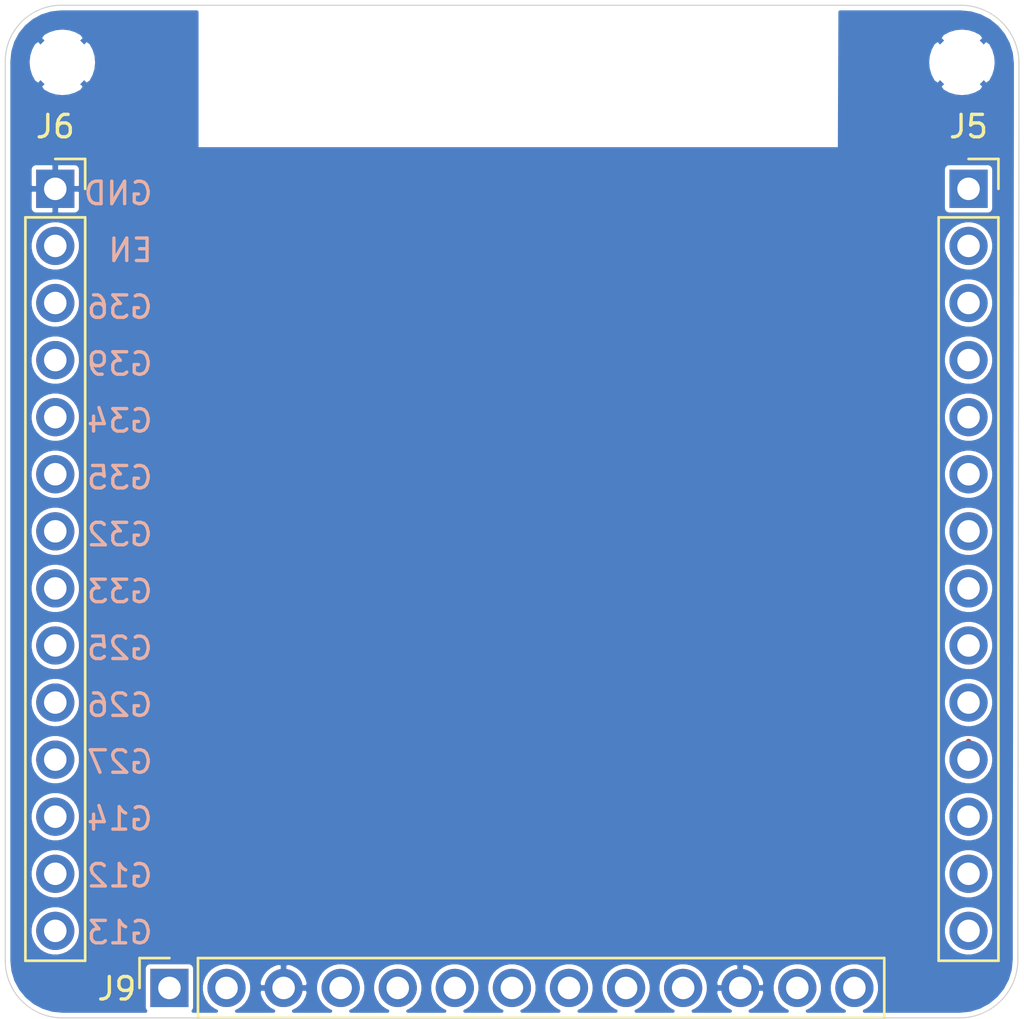
<source format=kicad_pcb>
(kicad_pcb (version 20171130) (host pcbnew "(5.1.8)-1")

  (general
    (thickness 1.6)
    (drawings 24)
    (tracks 12)
    (zones 0)
    (modules 5)
    (nets 35)
  )

  (page A4)
  (layers
    (0 F.Cu signal)
    (1 In1.Cu signal hide)
    (2 In2.Cu signal hide)
    (31 B.Cu signal)
    (32 B.Adhes user hide)
    (33 F.Adhes user hide)
    (34 B.Paste user hide)
    (35 F.Paste user)
    (36 B.SilkS user)
    (37 F.SilkS user)
    (38 B.Mask user)
    (39 F.Mask user hide)
    (40 Dwgs.User user hide)
    (41 Cmts.User user hide)
    (42 Eco1.User user hide)
    (43 Eco2.User user)
    (44 Edge.Cuts user)
    (45 Margin user)
    (46 B.CrtYd user hide)
    (47 F.CrtYd user hide)
    (48 B.Fab user hide)
    (49 F.Fab user hide)
  )

  (setup
    (last_trace_width 0.25)
    (user_trace_width 0.2)
    (user_trace_width 0.4)
    (user_trace_width 0.5)
    (user_trace_width 0.75)
    (user_trace_width 1)
    (trace_clearance 0.2)
    (zone_clearance 0.2)
    (zone_45_only yes)
    (trace_min 0.2)
    (via_size 0.8)
    (via_drill 0.4)
    (via_min_size 0.4)
    (via_min_drill 0.3)
    (user_via 0.6 0.3)
    (uvia_size 0.6)
    (uvia_drill 0.3)
    (uvias_allowed no)
    (uvia_min_size 0.2)
    (uvia_min_drill 0.1)
    (edge_width 0.05)
    (segment_width 0.2)
    (pcb_text_width 0.3)
    (pcb_text_size 1.5 1.5)
    (mod_edge_width 0.12)
    (mod_text_size 0.8 0.8)
    (mod_text_width 0.15)
    (pad_size 1 1.45)
    (pad_drill 0)
    (pad_to_mask_clearance 0)
    (aux_axis_origin 103.04272 83.439)
    (grid_origin 108.9406 120.015)
    (visible_elements 7FFFFFFF)
    (pcbplotparams
      (layerselection 0x010f0_ffffffff)
      (usegerberextensions false)
      (usegerberattributes false)
      (usegerberadvancedattributes false)
      (creategerberjobfile false)
      (excludeedgelayer true)
      (linewidth 0.100000)
      (plotframeref false)
      (viasonmask false)
      (mode 1)
      (useauxorigin false)
      (hpglpennumber 1)
      (hpglpenspeed 20)
      (hpglpendiameter 15.000000)
      (psnegative false)
      (psa4output false)
      (plotreference true)
      (plotvalue true)
      (plotinvisibletext false)
      (padsonsilk false)
      (subtractmaskfromsilk false)
      (outputformat 1)
      (mirror false)
      (drillshape 0)
      (scaleselection 1)
      (outputdirectory "manufacturing/"))
  )

  (net 0 "")
  (net 1 GND)
  (net 2 "/MCU Module/IO36")
  (net 3 "/MCU Module/IO39")
  (net 4 "/MCU Module/IO34")
  (net 5 "/MCU Module/IO35")
  (net 6 /~SMBALERT)
  (net 7 "/MCU Module/IO33")
  (net 8 "/MCU Module/IO25")
  (net 9 "/MCU Module/IO26")
  (net 10 "/MCU Module/IO27")
  (net 11 "/MCU Module/IO14")
  (net 12 "/MCU Module/IO15")
  (net 13 "/MCU Module/IO4")
  (net 14 "/MCU Module/IO16")
  (net 15 "/MCU Module/IO17")
  (net 16 "/MCU Module/IO5")
  (net 17 "/MCU Module/IO18")
  (net 18 "/MCU Module/IO19")
  (net 19 "/MCU Module/IO23")
  (net 20 "/MCU Module/IO0")
  (net 21 "/MCU Module/RST")
  (net 22 /3v3_MCU_2)
  (net 23 "/MCU Module/IO2")
  (net 24 /SDA_2)
  (net 25 "/MCU Module/RX")
  (net 26 "/MCU Module/TX")
  (net 27 /SCL_2)
  (net 28 /EN_5v)
  (net 29 /EN_3v3)
  (net 30 /VBUS_2)
  (net 31 /D2-)
  (net 32 /D2+)
  (net 33 "Net-(J9-Pad8)")
  (net 34 "Net-(J9-Pad12)")

  (net_class Default "This is the default net class."
    (clearance 0.2)
    (trace_width 0.25)
    (via_dia 0.8)
    (via_drill 0.4)
    (uvia_dia 0.6)
    (uvia_drill 0.3)
    (add_net /3v3_MCU_2)
    (add_net /D2+)
    (add_net /D2-)
    (add_net /EN_3v3)
    (add_net /EN_5v)
    (add_net "/MCU Module/IO0")
    (add_net "/MCU Module/IO14")
    (add_net "/MCU Module/IO15")
    (add_net "/MCU Module/IO16")
    (add_net "/MCU Module/IO17")
    (add_net "/MCU Module/IO18")
    (add_net "/MCU Module/IO19")
    (add_net "/MCU Module/IO2")
    (add_net "/MCU Module/IO23")
    (add_net "/MCU Module/IO25")
    (add_net "/MCU Module/IO26")
    (add_net "/MCU Module/IO27")
    (add_net "/MCU Module/IO33")
    (add_net "/MCU Module/IO34")
    (add_net "/MCU Module/IO35")
    (add_net "/MCU Module/IO36")
    (add_net "/MCU Module/IO39")
    (add_net "/MCU Module/IO4")
    (add_net "/MCU Module/IO5")
    (add_net "/MCU Module/RST")
    (add_net "/MCU Module/RX")
    (add_net "/MCU Module/TX")
    (add_net /SCL_2)
    (add_net /SDA_2)
    (add_net /VBUS_2)
    (add_net /~SMBALERT)
    (add_net GND)
    (add_net "Net-(J9-Pad12)")
    (add_net "Net-(J9-Pad8)")
  )

  (net_class Power ""
    (clearance 0.4)
    (trace_width 0.25)
    (via_dia 0.8)
    (via_drill 0.4)
    (uvia_dia 0.6)
    (uvia_drill 0.3)
  )

  (module MountingHole:MountingHole_2.5mm (layer F.Cu) (tedit 56D1B4CB) (tstamp 5FE61397)
    (at 144.20596 78.82636)
    (descr "Mounting Hole 2.5mm, no annular")
    (tags "mounting hole 2.5mm no annular")
    (path /5F63A193/601076E0)
    (attr virtual)
    (fp_text reference H6 (at 0.06604 0.04064) (layer F.SilkS) hide
      (effects (font (size 1 1) (thickness 0.15)))
    )
    (fp_text value MountingHole_Pad (at 0 3.5) (layer F.Fab)
      (effects (font (size 1 1) (thickness 0.15)))
    )
    (fp_circle (center 0 0) (end 2.75 0) (layer F.CrtYd) (width 0.05))
    (fp_circle (center 0 0) (end 2.5 0) (layer Cmts.User) (width 0.15))
    (fp_text user %R (at 0.3 0) (layer F.Fab)
      (effects (font (size 1 1) (thickness 0.15)))
    )
    (pad 1 np_thru_hole circle (at 0 0) (size 2.5 2.5) (drill 2.5) (layers *.Cu *.Mask)
      (net 1 GND))
  )

  (module MountingHole:MountingHole_2.5mm (layer F.Cu) (tedit 56D1B4CB) (tstamp 5FE6138F)
    (at 104.17556 78.82636)
    (descr "Mounting Hole 2.5mm, no annular")
    (tags "mounting hole 2.5mm no annular")
    (path /5F63A193/601076C5)
    (attr virtual)
    (fp_text reference H5 (at 0 0.04064) (layer F.SilkS) hide
      (effects (font (size 1 1) (thickness 0.15)))
    )
    (fp_text value MountingHole_Pad (at 0 3.5) (layer F.Fab)
      (effects (font (size 1 1) (thickness 0.15)))
    )
    (fp_circle (center 0 0) (end 2.75 0) (layer F.CrtYd) (width 0.05))
    (fp_circle (center 0 0) (end 2.5 0) (layer Cmts.User) (width 0.15))
    (fp_text user %R (at 0.3 0) (layer F.Fab)
      (effects (font (size 1 1) (thickness 0.15)))
    )
    (pad 1 np_thru_hole circle (at 0 0) (size 2.5 2.5) (drill 2.5) (layers *.Cu *.Mask)
      (net 1 GND))
  )

  (module Connector_PinSocket_2.54mm:PinSocket_1x13_P2.54mm_Vertical (layer F.Cu) (tedit 600979F6) (tstamp 6009C6AE)
    (at 108.9406 120.015 90)
    (descr "Through hole straight socket strip, 1x13, 2.54mm pitch, single row (from Kicad 4.0.7), script generated")
    (tags "Through hole socket strip THT 1x13 2.54mm single row")
    (path /600A49CD)
    (fp_text reference J9 (at -0.03556 -2.34188 180) (layer F.SilkS)
      (effects (font (size 1 1) (thickness 0.15)))
    )
    (fp_text value "MCU board" (at 0 33.25 90) (layer F.Fab)
      (effects (font (size 1 1) (thickness 0.15)))
    )
    (fp_line (start 0 -1.33) (end 1.33 -1.33) (layer F.SilkS) (width 0.12))
    (fp_line (start 1.33 -1.33) (end 1.33 0) (layer F.SilkS) (width 0.12))
    (fp_line (start 1.33 1.27) (end 1.33 31.81) (layer F.SilkS) (width 0.12))
    (fp_line (start -1.33 31.81) (end 1.33 31.81) (layer F.SilkS) (width 0.12))
    (fp_line (start -1.33 1.27) (end -1.33 31.81) (layer F.SilkS) (width 0.12))
    (fp_line (start -1.33 1.27) (end 1.33 1.27) (layer F.SilkS) (width 0.12))
    (fp_line (start -1.27 31.75) (end -1.27 -1.27) (layer F.Fab) (width 0.1))
    (fp_line (start 1.27 31.75) (end -1.27 31.75) (layer F.Fab) (width 0.1))
    (fp_line (start 1.27 -0.635) (end 1.27 31.75) (layer F.Fab) (width 0.1))
    (fp_line (start 0.635 -1.27) (end 1.27 -0.635) (layer F.Fab) (width 0.1))
    (fp_line (start -1.27 -1.27) (end 0.635 -1.27) (layer F.Fab) (width 0.1))
    (fp_text user %R (at 0 15.24 180) (layer F.Fab)
      (effects (font (size 1 1) (thickness 0.15)))
    )
    (pad 13 thru_hole oval (at 0 30.48 90) (size 1.7 1.7) (drill 1) (layers *.Cu *.Mask)
      (net 6 /~SMBALERT))
    (pad 12 thru_hole oval (at 0 27.94 90) (size 1.7 1.7) (drill 1) (layers *.Cu *.Mask)
      (net 34 "Net-(J9-Pad12)"))
    (pad 11 thru_hole oval (at 0 25.4 90) (size 1.7 1.7) (drill 1) (layers *.Cu *.Mask)
      (net 1 GND))
    (pad 10 thru_hole oval (at 0 22.86 90) (size 1.7 1.7) (drill 1) (layers *.Cu *.Mask)
      (net 22 /3v3_MCU_2))
    (pad 9 thru_hole oval (at 0 20.32 90) (size 1.7 1.7) (drill 1) (layers *.Cu *.Mask)
      (net 29 /EN_3v3))
    (pad 8 thru_hole oval (at 0 17.78 90) (size 1.7 1.7) (drill 1) (layers *.Cu *.Mask)
      (net 33 "Net-(J9-Pad8)"))
    (pad 7 thru_hole oval (at 0 15.24 90) (size 1.7 1.7) (drill 1) (layers *.Cu *.Mask)
      (net 28 /EN_5v))
    (pad 6 thru_hole oval (at 0 12.7 90) (size 1.7 1.7) (drill 1) (layers *.Cu *.Mask)
      (net 30 /VBUS_2))
    (pad 5 thru_hole oval (at 0 10.16 90) (size 1.7 1.7) (drill 1) (layers *.Cu *.Mask)
      (net 31 /D2-))
    (pad 4 thru_hole oval (at 0 7.62 90) (size 1.7 1.7) (drill 1) (layers *.Cu *.Mask)
      (net 32 /D2+))
    (pad 3 thru_hole oval (at 0 5.08 90) (size 1.7 1.7) (drill 1) (layers *.Cu *.Mask)
      (net 1 GND))
    (pad 2 thru_hole oval (at 0 2.54 90) (size 1.7 1.7) (drill 1) (layers *.Cu *.Mask)
      (net 24 /SDA_2))
    (pad 1 thru_hole rect (at 0 0 90) (size 1.7 1.7) (drill 1) (layers *.Cu *.Mask)
      (net 27 /SCL_2))
    (model ${KISYS3DMOD}/Connector_PinSocket_2.54mm.3dshapes/PinSocket_1x13_P2.54mm_Vertical.wrl
      (at (xyz 0 0 0))
      (scale (xyz 1 1 1))
      (rotate (xyz 0 0 0))
    )
  )

  (module Connector_PinSocket_2.54mm:PinSocket_1x14_P2.54mm_Vertical (layer F.Cu) (tedit 5A19A434) (tstamp 60096567)
    (at 103.8606 84.455)
    (descr "Through hole straight socket strip, 1x14, 2.54mm pitch, single row (from Kicad 4.0.7), script generated")
    (tags "Through hole socket strip THT 1x14 2.54mm single row")
    (path /5F63A193/5FFB6716)
    (fp_text reference J6 (at 0 -2.77) (layer F.SilkS)
      (effects (font (size 1 1) (thickness 0.15)))
    )
    (fp_text value Conn_01x14_Female (at 0 35.79) (layer F.Fab)
      (effects (font (size 1 1) (thickness 0.15)))
    )
    (fp_line (start -1.8 34.8) (end -1.8 -1.8) (layer F.CrtYd) (width 0.05))
    (fp_line (start 1.75 34.8) (end -1.8 34.8) (layer F.CrtYd) (width 0.05))
    (fp_line (start 1.75 -1.8) (end 1.75 34.8) (layer F.CrtYd) (width 0.05))
    (fp_line (start -1.8 -1.8) (end 1.75 -1.8) (layer F.CrtYd) (width 0.05))
    (fp_line (start 0 -1.33) (end 1.33 -1.33) (layer F.SilkS) (width 0.12))
    (fp_line (start 1.33 -1.33) (end 1.33 0) (layer F.SilkS) (width 0.12))
    (fp_line (start 1.33 1.27) (end 1.33 34.35) (layer F.SilkS) (width 0.12))
    (fp_line (start -1.33 34.35) (end 1.33 34.35) (layer F.SilkS) (width 0.12))
    (fp_line (start -1.33 1.27) (end -1.33 34.35) (layer F.SilkS) (width 0.12))
    (fp_line (start -1.33 1.27) (end 1.33 1.27) (layer F.SilkS) (width 0.12))
    (fp_line (start -1.27 34.29) (end -1.27 -1.27) (layer F.Fab) (width 0.1))
    (fp_line (start 1.27 34.29) (end -1.27 34.29) (layer F.Fab) (width 0.1))
    (fp_line (start 1.27 -0.635) (end 1.27 34.29) (layer F.Fab) (width 0.1))
    (fp_line (start 0.635 -1.27) (end 1.27 -0.635) (layer F.Fab) (width 0.1))
    (fp_line (start -1.27 -1.27) (end 0.635 -1.27) (layer F.Fab) (width 0.1))
    (fp_text user %R (at 0 16.51 90) (layer F.Fab)
      (effects (font (size 1 1) (thickness 0.15)))
    )
    (pad 14 thru_hole oval (at 0 33.02) (size 1.7 1.7) (drill 1) (layers *.Cu *.Mask)
      (net 28 /EN_5v))
    (pad 13 thru_hole oval (at 0 30.48) (size 1.7 1.7) (drill 1) (layers *.Cu *.Mask)
      (net 29 /EN_3v3))
    (pad 12 thru_hole oval (at 0 27.94) (size 1.7 1.7) (drill 1) (layers *.Cu *.Mask)
      (net 11 "/MCU Module/IO14"))
    (pad 11 thru_hole oval (at 0 25.4) (size 1.7 1.7) (drill 1) (layers *.Cu *.Mask)
      (net 10 "/MCU Module/IO27"))
    (pad 10 thru_hole oval (at 0 22.86) (size 1.7 1.7) (drill 1) (layers *.Cu *.Mask)
      (net 9 "/MCU Module/IO26"))
    (pad 9 thru_hole oval (at 0 20.32) (size 1.7 1.7) (drill 1) (layers *.Cu *.Mask)
      (net 8 "/MCU Module/IO25"))
    (pad 8 thru_hole oval (at 0 17.78) (size 1.7 1.7) (drill 1) (layers *.Cu *.Mask)
      (net 7 "/MCU Module/IO33"))
    (pad 7 thru_hole oval (at 0 15.24) (size 1.7 1.7) (drill 1) (layers *.Cu *.Mask)
      (net 6 /~SMBALERT))
    (pad 6 thru_hole oval (at 0 12.7) (size 1.7 1.7) (drill 1) (layers *.Cu *.Mask)
      (net 5 "/MCU Module/IO35"))
    (pad 5 thru_hole oval (at 0 10.16) (size 1.7 1.7) (drill 1) (layers *.Cu *.Mask)
      (net 4 "/MCU Module/IO34"))
    (pad 4 thru_hole oval (at 0 7.62) (size 1.7 1.7) (drill 1) (layers *.Cu *.Mask)
      (net 3 "/MCU Module/IO39"))
    (pad 3 thru_hole oval (at 0 5.08) (size 1.7 1.7) (drill 1) (layers *.Cu *.Mask)
      (net 2 "/MCU Module/IO36"))
    (pad 2 thru_hole oval (at 0 2.54) (size 1.7 1.7) (drill 1) (layers *.Cu *.Mask)
      (net 21 "/MCU Module/RST"))
    (pad 1 thru_hole rect (at 0 0) (size 1.7 1.7) (drill 1) (layers *.Cu *.Mask)
      (net 1 GND))
    (model ${KISYS3DMOD}/Connector_PinSocket_2.54mm.3dshapes/PinSocket_1x14_P2.54mm_Vertical.wrl
      (at (xyz 0 0 0))
      (scale (xyz 1 1 1))
      (rotate (xyz 0 0 0))
    )
  )

  (module Connector_PinSocket_2.54mm:PinSocket_1x14_P2.54mm_Vertical (layer F.Cu) (tedit 5A19A434) (tstamp 60096545)
    (at 144.5006 84.455)
    (descr "Through hole straight socket strip, 1x14, 2.54mm pitch, single row (from Kicad 4.0.7), script generated")
    (tags "Through hole socket strip THT 1x14 2.54mm single row")
    (path /5F63A193/5FFB8405)
    (fp_text reference J5 (at 0 -2.77) (layer F.SilkS)
      (effects (font (size 1 1) (thickness 0.15)))
    )
    (fp_text value Conn_01x14_Female (at 0 35.79) (layer F.Fab)
      (effects (font (size 1 1) (thickness 0.15)))
    )
    (fp_line (start -1.8 34.8) (end -1.8 -1.8) (layer F.CrtYd) (width 0.05))
    (fp_line (start 1.75 34.8) (end -1.8 34.8) (layer F.CrtYd) (width 0.05))
    (fp_line (start 1.75 -1.8) (end 1.75 34.8) (layer F.CrtYd) (width 0.05))
    (fp_line (start -1.8 -1.8) (end 1.75 -1.8) (layer F.CrtYd) (width 0.05))
    (fp_line (start 0 -1.33) (end 1.33 -1.33) (layer F.SilkS) (width 0.12))
    (fp_line (start 1.33 -1.33) (end 1.33 0) (layer F.SilkS) (width 0.12))
    (fp_line (start 1.33 1.27) (end 1.33 34.35) (layer F.SilkS) (width 0.12))
    (fp_line (start -1.33 34.35) (end 1.33 34.35) (layer F.SilkS) (width 0.12))
    (fp_line (start -1.33 1.27) (end -1.33 34.35) (layer F.SilkS) (width 0.12))
    (fp_line (start -1.33 1.27) (end 1.33 1.27) (layer F.SilkS) (width 0.12))
    (fp_line (start -1.27 34.29) (end -1.27 -1.27) (layer F.Fab) (width 0.1))
    (fp_line (start 1.27 34.29) (end -1.27 34.29) (layer F.Fab) (width 0.1))
    (fp_line (start 1.27 -0.635) (end 1.27 34.29) (layer F.Fab) (width 0.1))
    (fp_line (start 0.635 -1.27) (end 1.27 -0.635) (layer F.Fab) (width 0.1))
    (fp_line (start -1.27 -1.27) (end 0.635 -1.27) (layer F.Fab) (width 0.1))
    (fp_text user %R (at 0 16.51 90) (layer F.Fab)
      (effects (font (size 1 1) (thickness 0.15)))
    )
    (pad 14 thru_hole oval (at 0 33.02) (size 1.7 1.7) (drill 1) (layers *.Cu *.Mask)
      (net 12 "/MCU Module/IO15"))
    (pad 13 thru_hole oval (at 0 30.48) (size 1.7 1.7) (drill 1) (layers *.Cu *.Mask)
      (net 23 "/MCU Module/IO2"))
    (pad 12 thru_hole oval (at 0 27.94) (size 1.7 1.7) (drill 1) (layers *.Cu *.Mask)
      (net 13 "/MCU Module/IO4"))
    (pad 11 thru_hole oval (at 0 25.4) (size 1.7 1.7) (drill 1) (layers *.Cu *.Mask)
      (net 14 "/MCU Module/IO16"))
    (pad 10 thru_hole oval (at 0 22.86) (size 1.7 1.7) (drill 1) (layers *.Cu *.Mask)
      (net 15 "/MCU Module/IO17"))
    (pad 9 thru_hole oval (at 0 20.32) (size 1.7 1.7) (drill 1) (layers *.Cu *.Mask)
      (net 16 "/MCU Module/IO5"))
    (pad 8 thru_hole oval (at 0 17.78) (size 1.7 1.7) (drill 1) (layers *.Cu *.Mask)
      (net 17 "/MCU Module/IO18"))
    (pad 7 thru_hole oval (at 0 15.24) (size 1.7 1.7) (drill 1) (layers *.Cu *.Mask)
      (net 18 "/MCU Module/IO19"))
    (pad 6 thru_hole oval (at 0 12.7) (size 1.7 1.7) (drill 1) (layers *.Cu *.Mask)
      (net 24 /SDA_2))
    (pad 5 thru_hole oval (at 0 10.16) (size 1.7 1.7) (drill 1) (layers *.Cu *.Mask)
      (net 25 "/MCU Module/RX"))
    (pad 4 thru_hole oval (at 0 7.62) (size 1.7 1.7) (drill 1) (layers *.Cu *.Mask)
      (net 26 "/MCU Module/TX"))
    (pad 3 thru_hole oval (at 0 5.08) (size 1.7 1.7) (drill 1) (layers *.Cu *.Mask)
      (net 27 /SCL_2))
    (pad 2 thru_hole oval (at 0 2.54) (size 1.7 1.7) (drill 1) (layers *.Cu *.Mask)
      (net 19 "/MCU Module/IO23"))
    (pad 1 thru_hole rect (at 0 0) (size 1.7 1.7) (drill 1) (layers *.Cu *.Mask)
      (net 20 "/MCU Module/IO0"))
    (model ${KISYS3DMOD}/Connector_PinSocket_2.54mm.3dshapes/PinSocket_1x14_P2.54mm_Vertical.wrl
      (at (xyz 0 0 0))
      (scale (xyz 1 1 1))
      (rotate (xyz 0 0 0))
    )
  )

  (gr_line (start 146.69516 116.84) (end 146.74596 80.772) (layer Edge.Cuts) (width 0.05) (tstamp 601447E9))
  (gr_text G36 (at 106.7308 89.71866) (layer B.SilkS) (tstamp 600E099F)
    (effects (font (size 1 1) (thickness 0.15)) (justify mirror))
  )
  (gr_text G39 (at 106.7308 92.24889) (layer B.SilkS) (tstamp 600E099E)
    (effects (font (size 1 1) (thickness 0.15)) (justify mirror))
  )
  (gr_text G34 (at 106.7308 94.77912) (layer B.SilkS) (tstamp 600E099D)
    (effects (font (size 1 1) (thickness 0.15)) (justify mirror))
  )
  (gr_text GND (at 106.659372 84.6582) (layer B.SilkS) (tstamp 600A9762)
    (effects (font (size 1 1) (thickness 0.15)) (justify mirror))
  )
  (gr_text EN (at 107.206991 87.18843) (layer B.SilkS) (tstamp 600A9761)
    (effects (font (size 1 1) (thickness 0.15)) (justify mirror))
  )
  (gr_text G35 (at 106.7308 97.30935) (layer B.SilkS) (tstamp 600A975D)
    (effects (font (size 1 1) (thickness 0.15)) (justify mirror))
  )
  (gr_text G32 (at 106.7308 99.83958) (layer B.SilkS) (tstamp 600A975C)
    (effects (font (size 1 1) (thickness 0.15)) (justify mirror))
  )
  (gr_text G33 (at 106.7308 102.36981) (layer B.SilkS) (tstamp 600A975B)
    (effects (font (size 1 1) (thickness 0.15)) (justify mirror))
  )
  (gr_text G25 (at 106.7308 104.90004) (layer B.SilkS) (tstamp 600A975A)
    (effects (font (size 1 1) (thickness 0.15)) (justify mirror))
  )
  (gr_text G26 (at 106.7308 107.43027) (layer B.SilkS) (tstamp 600A9759)
    (effects (font (size 1 1) (thickness 0.15)) (justify mirror))
  )
  (gr_text G27 (at 106.7308 109.9605) (layer B.SilkS) (tstamp 600A9758)
    (effects (font (size 1 1) (thickness 0.15)) (justify mirror))
  )
  (gr_text G14 (at 106.7308 112.49073) (layer B.SilkS) (tstamp 600A9757)
    (effects (font (size 1 1) (thickness 0.15)) (justify mirror))
  )
  (gr_text G12 (at 106.7308 115.02096) (layer B.SilkS) (tstamp 600A9756)
    (effects (font (size 1 1) (thickness 0.15)) (justify mirror))
  )
  (gr_text G13 (at 106.7308 117.5512) (layer B.SilkS) (tstamp 600A9755)
    (effects (font (size 1 1) (thickness 0.15)) (justify mirror))
  )
  (gr_line (start 146.69516 118.75516) (end 146.69516 116.84) (layer Edge.Cuts) (width 0.05))
  (gr_line (start 146.74596 78.87716) (end 146.74596 80.772) (layer Edge.Cuts) (width 0.05) (tstamp 5FE94ECF))
  (gr_arc (start 104.17556 118.80596) (end 101.63556 118.80596) (angle -90) (layer Edge.Cuts) (width 0.05))
  (gr_arc (start 144.10436 118.75516) (end 144.10436 121.34596) (angle -90) (layer Edge.Cuts) (width 0.05))
  (gr_arc (start 144.15516 78.87716) (end 146.74596 78.87716) (angle -90) (layer Edge.Cuts) (width 0.05))
  (gr_arc (start 104.12476 78.77556) (end 104.12476 76.28636) (angle -90) (layer Edge.Cuts) (width 0.05))
  (gr_line (start 104.17556 121.34596) (end 144.10436 121.34596) (layer Edge.Cuts) (width 0.05) (tstamp 5FE5ACAC))
  (gr_line (start 101.63556 78.77556) (end 101.63556 118.80596) (layer Edge.Cuts) (width 0.05) (tstamp 5FE5ACAB))
  (gr_line (start 144.15516 76.28636) (end 104.12476 76.28636) (layer Edge.Cuts) (width 0.05) (tstamp 5FE5ACAA))

  (segment (start 103.93539 99.695) (end 103.8606 99.695) (width 0.25) (layer F.Cu) (net 6))
  (segment (start 103.8606 109.5502) (end 103.8606 109.855) (width 0.25) (layer F.Cu) (net 10))
  (segment (start 144.5006 109.054002) (end 144.5006 109.855) (width 0.25) (layer F.Cu) (net 14))
  (segment (start 144.5006 107.2514) (end 144.5006 107.315) (width 0.25) (layer F.Cu) (net 15))
  (segment (start 103.9596 87.094) (end 103.8606 86.995) (width 0.25) (layer F.Cu) (net 21))
  (segment (start 144.43597 97.155) (end 144.5006 97.155) (width 0.25) (layer F.Cu) (net 24))
  (segment (start 144.43597 89.535) (end 144.5006 89.535) (width 0.25) (layer F.Cu) (net 27))
  (segment (start 108.839 120.015) (end 108.839 119.778864) (width 0.25) (layer F.Cu) (net 27))
  (segment (start 118.8085 120.015) (end 118.999 120.015) (width 0.25) (layer F.Cu) (net 31))
  (segment (start 116.657241 119.765959) (end 116.665759 119.765959) (width 0.25) (layer F.Cu) (net 32))
  (segment (start 116.09324 120.32996) (end 116.657241 119.765959) (width 0.25) (layer F.Cu) (net 32))
  (segment (start 116.459 120.015) (end 116.8654 120.015) (width 0.25) (layer F.Cu) (net 32))

  (zone (net 1) (net_name GND) (layer B.Cu) (tstamp 6009D8F1) (hatch edge 0.508)
    (connect_pads (clearance 0.2))
    (min_thickness 0.15)
    (fill yes (arc_segments 32) (thermal_gap 0.2) (thermal_bridge_width 0.254))
    (polygon
      (pts
        (xy 146.685 121.3358) (xy 101.6254 121.3358) (xy 101.6254 76.2762) (xy 110.236 76.2762) (xy 110.236 82.6008)
        (xy 138.684 82.6008) (xy 138.7094 76.2762) (xy 146.7866 76.327)
      )
    )
    (filled_polygon
      (pts
        (xy 110.161 82.6008) (xy 110.162441 82.615432) (xy 110.166709 82.629501) (xy 110.17364 82.642468) (xy 110.182967 82.653833)
        (xy 110.194332 82.66316) (xy 110.207299 82.670091) (xy 110.221368 82.674359) (xy 110.236 82.6758) (xy 138.684 82.6758)
        (xy 138.698632 82.674359) (xy 138.712701 82.670091) (xy 138.725668 82.66316) (xy 138.737033 82.653833) (xy 138.74636 82.642468)
        (xy 138.753291 82.629501) (xy 138.757559 82.615432) (xy 138.758999 82.601101) (xy 138.769856 79.897418) (xy 143.208441 79.897418)
        (xy 143.347839 80.095931) (xy 143.612008 80.238948) (xy 143.899003 80.32768) (xy 144.197794 80.358717) (xy 144.4969 80.330866)
        (xy 144.784824 80.245198) (xy 145.050504 80.105005) (xy 145.064081 80.095931) (xy 145.203479 79.897418) (xy 144.20596 78.899899)
        (xy 143.208441 79.897418) (xy 138.769856 79.897418) (xy 138.774191 78.818194) (xy 142.673603 78.818194) (xy 142.701454 79.1173)
        (xy 142.787122 79.405224) (xy 142.927315 79.670904) (xy 142.936389 79.684481) (xy 143.134902 79.823879) (xy 144.132421 78.82636)
        (xy 144.279499 78.82636) (xy 145.277018 79.823879) (xy 145.475531 79.684481) (xy 145.618548 79.420312) (xy 145.70728 79.133317)
        (xy 145.738317 78.834526) (xy 145.710466 78.53542) (xy 145.624798 78.247496) (xy 145.484605 77.981816) (xy 145.475531 77.968239)
        (xy 145.277018 77.828841) (xy 144.279499 78.82636) (xy 144.132421 78.82636) (xy 143.134902 77.828841) (xy 142.936389 77.968239)
        (xy 142.793372 78.232408) (xy 142.70464 78.519403) (xy 142.673603 78.818194) (xy 138.774191 78.818194) (xy 138.778459 77.755302)
        (xy 143.208441 77.755302) (xy 144.20596 78.752821) (xy 145.203479 77.755302) (xy 145.064081 77.556789) (xy 144.799912 77.413772)
        (xy 144.512917 77.32504) (xy 144.214126 77.294003) (xy 143.91502 77.321854) (xy 143.627096 77.407522) (xy 143.361416 77.547715)
        (xy 143.347839 77.556789) (xy 143.208441 77.755302) (xy 138.778459 77.755302) (xy 138.783154 76.58636) (xy 144.14049 76.58636)
        (xy 144.59983 76.631398) (xy 145.027568 76.76054) (xy 145.422074 76.970303) (xy 145.768322 77.252696) (xy 146.053126 77.596964)
        (xy 146.265639 77.99) (xy 146.397761 78.416816) (xy 146.445952 78.875322) (xy 146.44596 78.877633) (xy 146.445961 80.77176)
        (xy 146.395181 116.825062) (xy 146.395161 116.825267) (xy 146.395161 116.839405) (xy 146.39514 116.85431) (xy 146.395161 116.854526)
        (xy 146.39516 118.74049) (xy 146.350122 119.19983) (xy 146.220979 119.627569) (xy 146.011217 120.022074) (xy 145.728826 120.36832)
        (xy 145.384556 120.653126) (xy 144.99152 120.865639) (xy 144.564704 120.997761) (xy 144.106198 121.045952) (xy 144.103889 121.04596)
        (xy 139.871409 121.04596) (xy 139.953487 121.011962) (xy 140.137745 120.888844) (xy 140.294444 120.732145) (xy 140.417562 120.547887)
        (xy 140.502367 120.34315) (xy 140.5456 120.125803) (xy 140.5456 119.904197) (xy 140.502367 119.68685) (xy 140.417562 119.482113)
        (xy 140.294444 119.297855) (xy 140.137745 119.141156) (xy 139.953487 119.018038) (xy 139.74875 118.933233) (xy 139.531403 118.89)
        (xy 139.309797 118.89) (xy 139.09245 118.933233) (xy 138.887713 119.018038) (xy 138.703455 119.141156) (xy 138.546756 119.297855)
        (xy 138.423638 119.482113) (xy 138.338833 119.68685) (xy 138.2956 119.904197) (xy 138.2956 120.125803) (xy 138.338833 120.34315)
        (xy 138.423638 120.547887) (xy 138.546756 120.732145) (xy 138.703455 120.888844) (xy 138.887713 121.011962) (xy 138.969791 121.04596)
        (xy 137.331409 121.04596) (xy 137.413487 121.011962) (xy 137.597745 120.888844) (xy 137.754444 120.732145) (xy 137.877562 120.547887)
        (xy 137.962367 120.34315) (xy 138.0056 120.125803) (xy 138.0056 119.904197) (xy 137.962367 119.68685) (xy 137.877562 119.482113)
        (xy 137.754444 119.297855) (xy 137.597745 119.141156) (xy 137.413487 119.018038) (xy 137.20875 118.933233) (xy 136.991403 118.89)
        (xy 136.769797 118.89) (xy 136.55245 118.933233) (xy 136.347713 119.018038) (xy 136.163455 119.141156) (xy 136.006756 119.297855)
        (xy 135.883638 119.482113) (xy 135.798833 119.68685) (xy 135.7556 119.904197) (xy 135.7556 120.125803) (xy 135.798833 120.34315)
        (xy 135.883638 120.547887) (xy 136.006756 120.732145) (xy 136.163455 120.888844) (xy 136.347713 121.011962) (xy 136.429791 121.04596)
        (xy 134.785525 121.04596) (xy 134.959085 120.954739) (xy 135.130535 120.816022) (xy 135.271628 120.646522) (xy 135.376942 120.452753)
        (xy 135.44243 120.242161) (xy 135.39565 120.067) (xy 134.3926 120.067) (xy 134.3926 120.087) (xy 134.2886 120.087)
        (xy 134.2886 120.067) (xy 133.28555 120.067) (xy 133.23877 120.242161) (xy 133.304258 120.452753) (xy 133.409572 120.646522)
        (xy 133.550665 120.816022) (xy 133.722115 120.954739) (xy 133.895675 121.04596) (xy 132.251409 121.04596) (xy 132.333487 121.011962)
        (xy 132.517745 120.888844) (xy 132.674444 120.732145) (xy 132.797562 120.547887) (xy 132.882367 120.34315) (xy 132.9256 120.125803)
        (xy 132.9256 119.904197) (xy 132.902455 119.787839) (xy 133.23877 119.787839) (xy 133.28555 119.963) (xy 134.2886 119.963)
        (xy 134.2886 118.960031) (xy 134.3926 118.960031) (xy 134.3926 119.963) (xy 135.39565 119.963) (xy 135.44243 119.787839)
        (xy 135.376942 119.577247) (xy 135.271628 119.383478) (xy 135.130535 119.213978) (xy 134.959085 119.075261) (xy 134.763867 118.972657)
        (xy 134.567761 118.913172) (xy 134.3926 118.960031) (xy 134.2886 118.960031) (xy 134.113439 118.913172) (xy 133.917333 118.972657)
        (xy 133.722115 119.075261) (xy 133.550665 119.213978) (xy 133.409572 119.383478) (xy 133.304258 119.577247) (xy 133.23877 119.787839)
        (xy 132.902455 119.787839) (xy 132.882367 119.68685) (xy 132.797562 119.482113) (xy 132.674444 119.297855) (xy 132.517745 119.141156)
        (xy 132.333487 119.018038) (xy 132.12875 118.933233) (xy 131.911403 118.89) (xy 131.689797 118.89) (xy 131.47245 118.933233)
        (xy 131.267713 119.018038) (xy 131.083455 119.141156) (xy 130.926756 119.297855) (xy 130.803638 119.482113) (xy 130.718833 119.68685)
        (xy 130.6756 119.904197) (xy 130.6756 120.125803) (xy 130.718833 120.34315) (xy 130.803638 120.547887) (xy 130.926756 120.732145)
        (xy 131.083455 120.888844) (xy 131.267713 121.011962) (xy 131.349791 121.04596) (xy 129.711409 121.04596) (xy 129.793487 121.011962)
        (xy 129.977745 120.888844) (xy 130.134444 120.732145) (xy 130.257562 120.547887) (xy 130.342367 120.34315) (xy 130.3856 120.125803)
        (xy 130.3856 119.904197) (xy 130.342367 119.68685) (xy 130.257562 119.482113) (xy 130.134444 119.297855) (xy 129.977745 119.141156)
        (xy 129.793487 119.018038) (xy 129.58875 118.933233) (xy 129.371403 118.89) (xy 129.149797 118.89) (xy 128.93245 118.933233)
        (xy 128.727713 119.018038) (xy 128.543455 119.141156) (xy 128.386756 119.297855) (xy 128.263638 119.482113) (xy 128.178833 119.68685)
        (xy 128.1356 119.904197) (xy 128.1356 120.125803) (xy 128.178833 120.34315) (xy 128.263638 120.547887) (xy 128.386756 120.732145)
        (xy 128.543455 120.888844) (xy 128.727713 121.011962) (xy 128.809791 121.04596) (xy 127.171409 121.04596) (xy 127.253487 121.011962)
        (xy 127.437745 120.888844) (xy 127.594444 120.732145) (xy 127.717562 120.547887) (xy 127.802367 120.34315) (xy 127.8456 120.125803)
        (xy 127.8456 119.904197) (xy 127.802367 119.68685) (xy 127.717562 119.482113) (xy 127.594444 119.297855) (xy 127.437745 119.141156)
        (xy 127.253487 119.018038) (xy 127.04875 118.933233) (xy 126.831403 118.89) (xy 126.609797 118.89) (xy 126.39245 118.933233)
        (xy 126.187713 119.018038) (xy 126.003455 119.141156) (xy 125.846756 119.297855) (xy 125.723638 119.482113) (xy 125.638833 119.68685)
        (xy 125.5956 119.904197) (xy 125.5956 120.125803) (xy 125.638833 120.34315) (xy 125.723638 120.547887) (xy 125.846756 120.732145)
        (xy 126.003455 120.888844) (xy 126.187713 121.011962) (xy 126.269791 121.04596) (xy 124.631409 121.04596) (xy 124.713487 121.011962)
        (xy 124.897745 120.888844) (xy 125.054444 120.732145) (xy 125.177562 120.547887) (xy 125.262367 120.34315) (xy 125.3056 120.125803)
        (xy 125.3056 119.904197) (xy 125.262367 119.68685) (xy 125.177562 119.482113) (xy 125.054444 119.297855) (xy 124.897745 119.141156)
        (xy 124.713487 119.018038) (xy 124.50875 118.933233) (xy 124.291403 118.89) (xy 124.069797 118.89) (xy 123.85245 118.933233)
        (xy 123.647713 119.018038) (xy 123.463455 119.141156) (xy 123.306756 119.297855) (xy 123.183638 119.482113) (xy 123.098833 119.68685)
        (xy 123.0556 119.904197) (xy 123.0556 120.125803) (xy 123.098833 120.34315) (xy 123.183638 120.547887) (xy 123.306756 120.732145)
        (xy 123.463455 120.888844) (xy 123.647713 121.011962) (xy 123.729791 121.04596) (xy 122.091409 121.04596) (xy 122.173487 121.011962)
        (xy 122.357745 120.888844) (xy 122.514444 120.732145) (xy 122.637562 120.547887) (xy 122.722367 120.34315) (xy 122.7656 120.125803)
        (xy 122.7656 119.904197) (xy 122.722367 119.68685) (xy 122.637562 119.482113) (xy 122.514444 119.297855) (xy 122.357745 119.141156)
        (xy 122.173487 119.018038) (xy 121.96875 118.933233) (xy 121.751403 118.89) (xy 121.529797 118.89) (xy 121.31245 118.933233)
        (xy 121.107713 119.018038) (xy 120.923455 119.141156) (xy 120.766756 119.297855) (xy 120.643638 119.482113) (xy 120.558833 119.68685)
        (xy 120.5156 119.904197) (xy 120.5156 120.125803) (xy 120.558833 120.34315) (xy 120.643638 120.547887) (xy 120.766756 120.732145)
        (xy 120.923455 120.888844) (xy 121.107713 121.011962) (xy 121.189791 121.04596) (xy 119.551409 121.04596) (xy 119.633487 121.011962)
        (xy 119.817745 120.888844) (xy 119.974444 120.732145) (xy 120.097562 120.547887) (xy 120.182367 120.34315) (xy 120.2256 120.125803)
        (xy 120.2256 119.904197) (xy 120.182367 119.68685) (xy 120.097562 119.482113) (xy 119.974444 119.297855) (xy 119.817745 119.141156)
        (xy 119.633487 119.018038) (xy 119.42875 118.933233) (xy 119.211403 118.89) (xy 118.989797 118.89) (xy 118.77245 118.933233)
        (xy 118.567713 119.018038) (xy 118.383455 119.141156) (xy 118.226756 119.297855) (xy 118.103638 119.482113) (xy 118.018833 119.68685)
        (xy 117.9756 119.904197) (xy 117.9756 120.125803) (xy 118.018833 120.34315) (xy 118.103638 120.547887) (xy 118.226756 120.732145)
        (xy 118.383455 120.888844) (xy 118.567713 121.011962) (xy 118.649791 121.04596) (xy 117.011409 121.04596) (xy 117.093487 121.011962)
        (xy 117.277745 120.888844) (xy 117.434444 120.732145) (xy 117.557562 120.547887) (xy 117.642367 120.34315) (xy 117.6856 120.125803)
        (xy 117.6856 119.904197) (xy 117.642367 119.68685) (xy 117.557562 119.482113) (xy 117.434444 119.297855) (xy 117.277745 119.141156)
        (xy 117.093487 119.018038) (xy 116.88875 118.933233) (xy 116.671403 118.89) (xy 116.449797 118.89) (xy 116.23245 118.933233)
        (xy 116.027713 119.018038) (xy 115.843455 119.141156) (xy 115.686756 119.297855) (xy 115.563638 119.482113) (xy 115.478833 119.68685)
        (xy 115.4356 119.904197) (xy 115.4356 120.125803) (xy 115.478833 120.34315) (xy 115.563638 120.547887) (xy 115.686756 120.732145)
        (xy 115.843455 120.888844) (xy 116.027713 121.011962) (xy 116.109791 121.04596) (xy 114.465525 121.04596) (xy 114.639085 120.954739)
        (xy 114.810535 120.816022) (xy 114.951628 120.646522) (xy 115.056942 120.452753) (xy 115.12243 120.242161) (xy 115.07565 120.067)
        (xy 114.0726 120.067) (xy 114.0726 120.087) (xy 113.9686 120.087) (xy 113.9686 120.067) (xy 112.96555 120.067)
        (xy 112.91877 120.242161) (xy 112.984258 120.452753) (xy 113.089572 120.646522) (xy 113.230665 120.816022) (xy 113.402115 120.954739)
        (xy 113.575675 121.04596) (xy 111.931409 121.04596) (xy 112.013487 121.011962) (xy 112.197745 120.888844) (xy 112.354444 120.732145)
        (xy 112.477562 120.547887) (xy 112.562367 120.34315) (xy 112.6056 120.125803) (xy 112.6056 119.904197) (xy 112.582455 119.787839)
        (xy 112.91877 119.787839) (xy 112.96555 119.963) (xy 113.9686 119.963) (xy 113.9686 118.960031) (xy 114.0726 118.960031)
        (xy 114.0726 119.963) (xy 115.07565 119.963) (xy 115.12243 119.787839) (xy 115.056942 119.577247) (xy 114.951628 119.383478)
        (xy 114.810535 119.213978) (xy 114.639085 119.075261) (xy 114.443867 118.972657) (xy 114.247761 118.913172) (xy 114.0726 118.960031)
        (xy 113.9686 118.960031) (xy 113.793439 118.913172) (xy 113.597333 118.972657) (xy 113.402115 119.075261) (xy 113.230665 119.213978)
        (xy 113.089572 119.383478) (xy 112.984258 119.577247) (xy 112.91877 119.787839) (xy 112.582455 119.787839) (xy 112.562367 119.68685)
        (xy 112.477562 119.482113) (xy 112.354444 119.297855) (xy 112.197745 119.141156) (xy 112.013487 119.018038) (xy 111.80875 118.933233)
        (xy 111.591403 118.89) (xy 111.369797 118.89) (xy 111.15245 118.933233) (xy 110.947713 119.018038) (xy 110.763455 119.141156)
        (xy 110.606756 119.297855) (xy 110.483638 119.482113) (xy 110.398833 119.68685) (xy 110.3556 119.904197) (xy 110.3556 120.125803)
        (xy 110.398833 120.34315) (xy 110.483638 120.547887) (xy 110.606756 120.732145) (xy 110.763455 120.888844) (xy 110.947713 121.011962)
        (xy 111.029791 121.04596) (xy 109.997841 121.04596) (xy 110.02036 121.018521) (xy 110.045896 120.970747) (xy 110.06162 120.918909)
        (xy 110.06693 120.865) (xy 110.06693 119.165) (xy 110.06162 119.111091) (xy 110.045896 119.059253) (xy 110.02036 119.011479)
        (xy 109.985995 118.969605) (xy 109.944121 118.93524) (xy 109.896347 118.909704) (xy 109.844509 118.89398) (xy 109.7906 118.88867)
        (xy 108.0906 118.88867) (xy 108.036691 118.89398) (xy 107.984853 118.909704) (xy 107.937079 118.93524) (xy 107.895205 118.969605)
        (xy 107.86084 119.011479) (xy 107.835304 119.059253) (xy 107.81958 119.111091) (xy 107.81427 119.165) (xy 107.81427 120.865)
        (xy 107.81958 120.918909) (xy 107.835304 120.970747) (xy 107.86084 121.018521) (xy 107.883359 121.04596) (xy 104.19023 121.04596)
        (xy 103.740757 121.001889) (xy 103.322508 120.875612) (xy 102.93676 120.670507) (xy 102.598193 120.394378) (xy 102.31971 120.057749)
        (xy 102.111914 119.673438) (xy 101.982722 119.256089) (xy 101.935567 118.80744) (xy 101.93556 118.805483) (xy 101.93556 117.364197)
        (xy 102.7356 117.364197) (xy 102.7356 117.585803) (xy 102.778833 117.80315) (xy 102.863638 118.007887) (xy 102.986756 118.192145)
        (xy 103.143455 118.348844) (xy 103.327713 118.471962) (xy 103.53245 118.556767) (xy 103.749797 118.6) (xy 103.971403 118.6)
        (xy 104.18875 118.556767) (xy 104.393487 118.471962) (xy 104.577745 118.348844) (xy 104.734444 118.192145) (xy 104.857562 118.007887)
        (xy 104.942367 117.80315) (xy 104.9856 117.585803) (xy 104.9856 117.364197) (xy 143.3756 117.364197) (xy 143.3756 117.585803)
        (xy 143.418833 117.80315) (xy 143.503638 118.007887) (xy 143.626756 118.192145) (xy 143.783455 118.348844) (xy 143.967713 118.471962)
        (xy 144.17245 118.556767) (xy 144.389797 118.6) (xy 144.611403 118.6) (xy 144.82875 118.556767) (xy 145.033487 118.471962)
        (xy 145.217745 118.348844) (xy 145.374444 118.192145) (xy 145.497562 118.007887) (xy 145.582367 117.80315) (xy 145.6256 117.585803)
        (xy 145.6256 117.364197) (xy 145.582367 117.14685) (xy 145.497562 116.942113) (xy 145.374444 116.757855) (xy 145.217745 116.601156)
        (xy 145.033487 116.478038) (xy 144.82875 116.393233) (xy 144.611403 116.35) (xy 144.389797 116.35) (xy 144.17245 116.393233)
        (xy 143.967713 116.478038) (xy 143.783455 116.601156) (xy 143.626756 116.757855) (xy 143.503638 116.942113) (xy 143.418833 117.14685)
        (xy 143.3756 117.364197) (xy 104.9856 117.364197) (xy 104.942367 117.14685) (xy 104.857562 116.942113) (xy 104.734444 116.757855)
        (xy 104.577745 116.601156) (xy 104.393487 116.478038) (xy 104.18875 116.393233) (xy 103.971403 116.35) (xy 103.749797 116.35)
        (xy 103.53245 116.393233) (xy 103.327713 116.478038) (xy 103.143455 116.601156) (xy 102.986756 116.757855) (xy 102.863638 116.942113)
        (xy 102.778833 117.14685) (xy 102.7356 117.364197) (xy 101.93556 117.364197) (xy 101.93556 114.824197) (xy 102.7356 114.824197)
        (xy 102.7356 115.045803) (xy 102.778833 115.26315) (xy 102.863638 115.467887) (xy 102.986756 115.652145) (xy 103.143455 115.808844)
        (xy 103.327713 115.931962) (xy 103.53245 116.016767) (xy 103.749797 116.06) (xy 103.971403 116.06) (xy 104.18875 116.016767)
        (xy 104.393487 115.931962) (xy 104.577745 115.808844) (xy 104.734444 115.652145) (xy 104.857562 115.467887) (xy 104.942367 115.26315)
        (xy 104.9856 115.045803) (xy 104.9856 114.824197) (xy 143.3756 114.824197) (xy 143.3756 115.045803) (xy 143.418833 115.26315)
        (xy 143.503638 115.467887) (xy 143.626756 115.652145) (xy 143.783455 115.808844) (xy 143.967713 115.931962) (xy 144.17245 116.016767)
        (xy 144.389797 116.06) (xy 144.611403 116.06) (xy 144.82875 116.016767) (xy 145.033487 115.931962) (xy 145.217745 115.808844)
        (xy 145.374444 115.652145) (xy 145.497562 115.467887) (xy 145.582367 115.26315) (xy 145.6256 115.045803) (xy 145.6256 114.824197)
        (xy 145.582367 114.60685) (xy 145.497562 114.402113) (xy 145.374444 114.217855) (xy 145.217745 114.061156) (xy 145.033487 113.938038)
        (xy 144.82875 113.853233) (xy 144.611403 113.81) (xy 144.389797 113.81) (xy 144.17245 113.853233) (xy 143.967713 113.938038)
        (xy 143.783455 114.061156) (xy 143.626756 114.217855) (xy 143.503638 114.402113) (xy 143.418833 114.60685) (xy 143.3756 114.824197)
        (xy 104.9856 114.824197) (xy 104.942367 114.60685) (xy 104.857562 114.402113) (xy 104.734444 114.217855) (xy 104.577745 114.061156)
        (xy 104.393487 113.938038) (xy 104.18875 113.853233) (xy 103.971403 113.81) (xy 103.749797 113.81) (xy 103.53245 113.853233)
        (xy 103.327713 113.938038) (xy 103.143455 114.061156) (xy 102.986756 114.217855) (xy 102.863638 114.402113) (xy 102.778833 114.60685)
        (xy 102.7356 114.824197) (xy 101.93556 114.824197) (xy 101.93556 112.284197) (xy 102.7356 112.284197) (xy 102.7356 112.505803)
        (xy 102.778833 112.72315) (xy 102.863638 112.927887) (xy 102.986756 113.112145) (xy 103.143455 113.268844) (xy 103.327713 113.391962)
        (xy 103.53245 113.476767) (xy 103.749797 113.52) (xy 103.971403 113.52) (xy 104.18875 113.476767) (xy 104.393487 113.391962)
        (xy 104.577745 113.268844) (xy 104.734444 113.112145) (xy 104.857562 112.927887) (xy 104.942367 112.72315) (xy 104.9856 112.505803)
        (xy 104.9856 112.284197) (xy 143.3756 112.284197) (xy 143.3756 112.505803) (xy 143.418833 112.72315) (xy 143.503638 112.927887)
        (xy 143.626756 113.112145) (xy 143.783455 113.268844) (xy 143.967713 113.391962) (xy 144.17245 113.476767) (xy 144.389797 113.52)
        (xy 144.611403 113.52) (xy 144.82875 113.476767) (xy 145.033487 113.391962) (xy 145.217745 113.268844) (xy 145.374444 113.112145)
        (xy 145.497562 112.927887) (xy 145.582367 112.72315) (xy 145.6256 112.505803) (xy 145.6256 112.284197) (xy 145.582367 112.06685)
        (xy 145.497562 111.862113) (xy 145.374444 111.677855) (xy 145.217745 111.521156) (xy 145.033487 111.398038) (xy 144.82875 111.313233)
        (xy 144.611403 111.27) (xy 144.389797 111.27) (xy 144.17245 111.313233) (xy 143.967713 111.398038) (xy 143.783455 111.521156)
        (xy 143.626756 111.677855) (xy 143.503638 111.862113) (xy 143.418833 112.06685) (xy 143.3756 112.284197) (xy 104.9856 112.284197)
        (xy 104.942367 112.06685) (xy 104.857562 111.862113) (xy 104.734444 111.677855) (xy 104.577745 111.521156) (xy 104.393487 111.398038)
        (xy 104.18875 111.313233) (xy 103.971403 111.27) (xy 103.749797 111.27) (xy 103.53245 111.313233) (xy 103.327713 111.398038)
        (xy 103.143455 111.521156) (xy 102.986756 111.677855) (xy 102.863638 111.862113) (xy 102.778833 112.06685) (xy 102.7356 112.284197)
        (xy 101.93556 112.284197) (xy 101.93556 109.744197) (xy 102.7356 109.744197) (xy 102.7356 109.965803) (xy 102.778833 110.18315)
        (xy 102.863638 110.387887) (xy 102.986756 110.572145) (xy 103.143455 110.728844) (xy 103.327713 110.851962) (xy 103.53245 110.936767)
        (xy 103.749797 110.98) (xy 103.971403 110.98) (xy 104.18875 110.936767) (xy 104.393487 110.851962) (xy 104.577745 110.728844)
        (xy 104.734444 110.572145) (xy 104.857562 110.387887) (xy 104.942367 110.18315) (xy 104.9856 109.965803) (xy 104.9856 109.744197)
        (xy 143.3756 109.744197) (xy 143.3756 109.965803) (xy 143.418833 110.18315) (xy 143.503638 110.387887) (xy 143.626756 110.572145)
        (xy 143.783455 110.728844) (xy 143.967713 110.851962) (xy 144.17245 110.936767) (xy 144.389797 110.98) (xy 144.611403 110.98)
        (xy 144.82875 110.936767) (xy 145.033487 110.851962) (xy 145.217745 110.728844) (xy 145.374444 110.572145) (xy 145.497562 110.387887)
        (xy 145.582367 110.18315) (xy 145.6256 109.965803) (xy 145.6256 109.744197) (xy 145.582367 109.52685) (xy 145.497562 109.322113)
        (xy 145.374444 109.137855) (xy 145.217745 108.981156) (xy 145.033487 108.858038) (xy 144.82875 108.773233) (xy 144.611403 108.73)
        (xy 144.389797 108.73) (xy 144.17245 108.773233) (xy 143.967713 108.858038) (xy 143.783455 108.981156) (xy 143.626756 109.137855)
        (xy 143.503638 109.322113) (xy 143.418833 109.52685) (xy 143.3756 109.744197) (xy 104.9856 109.744197) (xy 104.942367 109.52685)
        (xy 104.857562 109.322113) (xy 104.734444 109.137855) (xy 104.577745 108.981156) (xy 104.393487 108.858038) (xy 104.18875 108.773233)
        (xy 103.971403 108.73) (xy 103.749797 108.73) (xy 103.53245 108.773233) (xy 103.327713 108.858038) (xy 103.143455 108.981156)
        (xy 102.986756 109.137855) (xy 102.863638 109.322113) (xy 102.778833 109.52685) (xy 102.7356 109.744197) (xy 101.93556 109.744197)
        (xy 101.93556 107.204197) (xy 102.7356 107.204197) (xy 102.7356 107.425803) (xy 102.778833 107.64315) (xy 102.863638 107.847887)
        (xy 102.986756 108.032145) (xy 103.143455 108.188844) (xy 103.327713 108.311962) (xy 103.53245 108.396767) (xy 103.749797 108.44)
        (xy 103.971403 108.44) (xy 104.18875 108.396767) (xy 104.393487 108.311962) (xy 104.577745 108.188844) (xy 104.734444 108.032145)
        (xy 104.857562 107.847887) (xy 104.942367 107.64315) (xy 104.9856 107.425803) (xy 104.9856 107.204197) (xy 143.3756 107.204197)
        (xy 143.3756 107.425803) (xy 143.418833 107.64315) (xy 143.503638 107.847887) (xy 143.626756 108.032145) (xy 143.783455 108.188844)
        (xy 143.967713 108.311962) (xy 144.17245 108.396767) (xy 144.389797 108.44) (xy 144.611403 108.44) (xy 144.82875 108.396767)
        (xy 145.033487 108.311962) (xy 145.217745 108.188844) (xy 145.374444 108.032145) (xy 145.497562 107.847887) (xy 145.582367 107.64315)
        (xy 145.6256 107.425803) (xy 145.6256 107.204197) (xy 145.582367 106.98685) (xy 145.497562 106.782113) (xy 145.374444 106.597855)
        (xy 145.217745 106.441156) (xy 145.033487 106.318038) (xy 144.82875 106.233233) (xy 144.611403 106.19) (xy 144.389797 106.19)
        (xy 144.17245 106.233233) (xy 143.967713 106.318038) (xy 143.783455 106.441156) (xy 143.626756 106.597855) (xy 143.503638 106.782113)
        (xy 143.418833 106.98685) (xy 143.3756 107.204197) (xy 104.9856 107.204197) (xy 104.942367 106.98685) (xy 104.857562 106.782113)
        (xy 104.734444 106.597855) (xy 104.577745 106.441156) (xy 104.393487 106.318038) (xy 104.18875 106.233233) (xy 103.971403 106.19)
        (xy 103.749797 106.19) (xy 103.53245 106.233233) (xy 103.327713 106.318038) (xy 103.143455 106.441156) (xy 102.986756 106.597855)
        (xy 102.863638 106.782113) (xy 102.778833 106.98685) (xy 102.7356 107.204197) (xy 101.93556 107.204197) (xy 101.93556 104.664197)
        (xy 102.7356 104.664197) (xy 102.7356 104.885803) (xy 102.778833 105.10315) (xy 102.863638 105.307887) (xy 102.986756 105.492145)
        (xy 103.143455 105.648844) (xy 103.327713 105.771962) (xy 103.53245 105.856767) (xy 103.749797 105.9) (xy 103.971403 105.9)
        (xy 104.18875 105.856767) (xy 104.393487 105.771962) (xy 104.577745 105.648844) (xy 104.734444 105.492145) (xy 104.857562 105.307887)
        (xy 104.942367 105.10315) (xy 104.9856 104.885803) (xy 104.9856 104.664197) (xy 143.3756 104.664197) (xy 143.3756 104.885803)
        (xy 143.418833 105.10315) (xy 143.503638 105.307887) (xy 143.626756 105.492145) (xy 143.783455 105.648844) (xy 143.967713 105.771962)
        (xy 144.17245 105.856767) (xy 144.389797 105.9) (xy 144.611403 105.9) (xy 144.82875 105.856767) (xy 145.033487 105.771962)
        (xy 145.217745 105.648844) (xy 145.374444 105.492145) (xy 145.497562 105.307887) (xy 145.582367 105.10315) (xy 145.6256 104.885803)
        (xy 145.6256 104.664197) (xy 145.582367 104.44685) (xy 145.497562 104.242113) (xy 145.374444 104.057855) (xy 145.217745 103.901156)
        (xy 145.033487 103.778038) (xy 144.82875 103.693233) (xy 144.611403 103.65) (xy 144.389797 103.65) (xy 144.17245 103.693233)
        (xy 143.967713 103.778038) (xy 143.783455 103.901156) (xy 143.626756 104.057855) (xy 143.503638 104.242113) (xy 143.418833 104.44685)
        (xy 143.3756 104.664197) (xy 104.9856 104.664197) (xy 104.942367 104.44685) (xy 104.857562 104.242113) (xy 104.734444 104.057855)
        (xy 104.577745 103.901156) (xy 104.393487 103.778038) (xy 104.18875 103.693233) (xy 103.971403 103.65) (xy 103.749797 103.65)
        (xy 103.53245 103.693233) (xy 103.327713 103.778038) (xy 103.143455 103.901156) (xy 102.986756 104.057855) (xy 102.863638 104.242113)
        (xy 102.778833 104.44685) (xy 102.7356 104.664197) (xy 101.93556 104.664197) (xy 101.93556 102.124197) (xy 102.7356 102.124197)
        (xy 102.7356 102.345803) (xy 102.778833 102.56315) (xy 102.863638 102.767887) (xy 102.986756 102.952145) (xy 103.143455 103.108844)
        (xy 103.327713 103.231962) (xy 103.53245 103.316767) (xy 103.749797 103.36) (xy 103.971403 103.36) (xy 104.18875 103.316767)
        (xy 104.393487 103.231962) (xy 104.577745 103.108844) (xy 104.734444 102.952145) (xy 104.857562 102.767887) (xy 104.942367 102.56315)
        (xy 104.9856 102.345803) (xy 104.9856 102.124197) (xy 143.3756 102.124197) (xy 143.3756 102.345803) (xy 143.418833 102.56315)
        (xy 143.503638 102.767887) (xy 143.626756 102.952145) (xy 143.783455 103.108844) (xy 143.967713 103.231962) (xy 144.17245 103.316767)
        (xy 144.389797 103.36) (xy 144.611403 103.36) (xy 144.82875 103.316767) (xy 145.033487 103.231962) (xy 145.217745 103.108844)
        (xy 145.374444 102.952145) (xy 145.497562 102.767887) (xy 145.582367 102.56315) (xy 145.6256 102.345803) (xy 145.6256 102.124197)
        (xy 145.582367 101.90685) (xy 145.497562 101.702113) (xy 145.374444 101.517855) (xy 145.217745 101.361156) (xy 145.033487 101.238038)
        (xy 144.82875 101.153233) (xy 144.611403 101.11) (xy 144.389797 101.11) (xy 144.17245 101.153233) (xy 143.967713 101.238038)
        (xy 143.783455 101.361156) (xy 143.626756 101.517855) (xy 143.503638 101.702113) (xy 143.418833 101.90685) (xy 143.3756 102.124197)
        (xy 104.9856 102.124197) (xy 104.942367 101.90685) (xy 104.857562 101.702113) (xy 104.734444 101.517855) (xy 104.577745 101.361156)
        (xy 104.393487 101.238038) (xy 104.18875 101.153233) (xy 103.971403 101.11) (xy 103.749797 101.11) (xy 103.53245 101.153233)
        (xy 103.327713 101.238038) (xy 103.143455 101.361156) (xy 102.986756 101.517855) (xy 102.863638 101.702113) (xy 102.778833 101.90685)
        (xy 102.7356 102.124197) (xy 101.93556 102.124197) (xy 101.93556 99.584197) (xy 102.7356 99.584197) (xy 102.7356 99.805803)
        (xy 102.778833 100.02315) (xy 102.863638 100.227887) (xy 102.986756 100.412145) (xy 103.143455 100.568844) (xy 103.327713 100.691962)
        (xy 103.53245 100.776767) (xy 103.749797 100.82) (xy 103.971403 100.82) (xy 104.18875 100.776767) (xy 104.393487 100.691962)
        (xy 104.577745 100.568844) (xy 104.734444 100.412145) (xy 104.857562 100.227887) (xy 104.942367 100.02315) (xy 104.9856 99.805803)
        (xy 104.9856 99.584197) (xy 143.3756 99.584197) (xy 143.3756 99.805803) (xy 143.418833 100.02315) (xy 143.503638 100.227887)
        (xy 143.626756 100.412145) (xy 143.783455 100.568844) (xy 143.967713 100.691962) (xy 144.17245 100.776767) (xy 144.389797 100.82)
        (xy 144.611403 100.82) (xy 144.82875 100.776767) (xy 145.033487 100.691962) (xy 145.217745 100.568844) (xy 145.374444 100.412145)
        (xy 145.497562 100.227887) (xy 145.582367 100.02315) (xy 145.6256 99.805803) (xy 145.6256 99.584197) (xy 145.582367 99.36685)
        (xy 145.497562 99.162113) (xy 145.374444 98.977855) (xy 145.217745 98.821156) (xy 145.033487 98.698038) (xy 144.82875 98.613233)
        (xy 144.611403 98.57) (xy 144.389797 98.57) (xy 144.17245 98.613233) (xy 143.967713 98.698038) (xy 143.783455 98.821156)
        (xy 143.626756 98.977855) (xy 143.503638 99.162113) (xy 143.418833 99.36685) (xy 143.3756 99.584197) (xy 104.9856 99.584197)
        (xy 104.942367 99.36685) (xy 104.857562 99.162113) (xy 104.734444 98.977855) (xy 104.577745 98.821156) (xy 104.393487 98.698038)
        (xy 104.18875 98.613233) (xy 103.971403 98.57) (xy 103.749797 98.57) (xy 103.53245 98.613233) (xy 103.327713 98.698038)
        (xy 103.143455 98.821156) (xy 102.986756 98.977855) (xy 102.863638 99.162113) (xy 102.778833 99.36685) (xy 102.7356 99.584197)
        (xy 101.93556 99.584197) (xy 101.93556 97.044197) (xy 102.7356 97.044197) (xy 102.7356 97.265803) (xy 102.778833 97.48315)
        (xy 102.863638 97.687887) (xy 102.986756 97.872145) (xy 103.143455 98.028844) (xy 103.327713 98.151962) (xy 103.53245 98.236767)
        (xy 103.749797 98.28) (xy 103.971403 98.28) (xy 104.18875 98.236767) (xy 104.393487 98.151962) (xy 104.577745 98.028844)
        (xy 104.734444 97.872145) (xy 104.857562 97.687887) (xy 104.942367 97.48315) (xy 104.9856 97.265803) (xy 104.9856 97.044197)
        (xy 143.3756 97.044197) (xy 143.3756 97.265803) (xy 143.418833 97.48315) (xy 143.503638 97.687887) (xy 143.626756 97.872145)
        (xy 143.783455 98.028844) (xy 143.967713 98.151962) (xy 144.17245 98.236767) (xy 144.389797 98.28) (xy 144.611403 98.28)
        (xy 144.82875 98.236767) (xy 145.033487 98.151962) (xy 145.217745 98.028844) (xy 145.374444 97.872145) (xy 145.497562 97.687887)
        (xy 145.582367 97.48315) (xy 145.6256 97.265803) (xy 145.6256 97.044197) (xy 145.582367 96.82685) (xy 145.497562 96.622113)
        (xy 145.374444 96.437855) (xy 145.217745 96.281156) (xy 145.033487 96.158038) (xy 144.82875 96.073233) (xy 144.611403 96.03)
        (xy 144.389797 96.03) (xy 144.17245 96.073233) (xy 143.967713 96.158038) (xy 143.783455 96.281156) (xy 143.626756 96.437855)
        (xy 143.503638 96.622113) (xy 143.418833 96.82685) (xy 143.3756 97.044197) (xy 104.9856 97.044197) (xy 104.942367 96.82685)
        (xy 104.857562 96.622113) (xy 104.734444 96.437855) (xy 104.577745 96.281156) (xy 104.393487 96.158038) (xy 104.18875 96.073233)
        (xy 103.971403 96.03) (xy 103.749797 96.03) (xy 103.53245 96.073233) (xy 103.327713 96.158038) (xy 103.143455 96.281156)
        (xy 102.986756 96.437855) (xy 102.863638 96.622113) (xy 102.778833 96.82685) (xy 102.7356 97.044197) (xy 101.93556 97.044197)
        (xy 101.93556 94.504197) (xy 102.7356 94.504197) (xy 102.7356 94.725803) (xy 102.778833 94.94315) (xy 102.863638 95.147887)
        (xy 102.986756 95.332145) (xy 103.143455 95.488844) (xy 103.327713 95.611962) (xy 103.53245 95.696767) (xy 103.749797 95.74)
        (xy 103.971403 95.74) (xy 104.18875 95.696767) (xy 104.393487 95.611962) (xy 104.577745 95.488844) (xy 104.734444 95.332145)
        (xy 104.857562 95.147887) (xy 104.942367 94.94315) (xy 104.9856 94.725803) (xy 104.9856 94.504197) (xy 143.3756 94.504197)
        (xy 143.3756 94.725803) (xy 143.418833 94.94315) (xy 143.503638 95.147887) (xy 143.626756 95.332145) (xy 143.783455 95.488844)
        (xy 143.967713 95.611962) (xy 144.17245 95.696767) (xy 144.389797 95.74) (xy 144.611403 95.74) (xy 144.82875 95.696767)
        (xy 145.033487 95.611962) (xy 145.217745 95.488844) (xy 145.374444 95.332145) (xy 145.497562 95.147887) (xy 145.582367 94.94315)
        (xy 145.6256 94.725803) (xy 145.6256 94.504197) (xy 145.582367 94.28685) (xy 145.497562 94.082113) (xy 145.374444 93.897855)
        (xy 145.217745 93.741156) (xy 145.033487 93.618038) (xy 144.82875 93.533233) (xy 144.611403 93.49) (xy 144.389797 93.49)
        (xy 144.17245 93.533233) (xy 143.967713 93.618038) (xy 143.783455 93.741156) (xy 143.626756 93.897855) (xy 143.503638 94.082113)
        (xy 143.418833 94.28685) (xy 143.3756 94.504197) (xy 104.9856 94.504197) (xy 104.942367 94.28685) (xy 104.857562 94.082113)
        (xy 104.734444 93.897855) (xy 104.577745 93.741156) (xy 104.393487 93.618038) (xy 104.18875 93.533233) (xy 103.971403 93.49)
        (xy 103.749797 93.49) (xy 103.53245 93.533233) (xy 103.327713 93.618038) (xy 103.143455 93.741156) (xy 102.986756 93.897855)
        (xy 102.863638 94.082113) (xy 102.778833 94.28685) (xy 102.7356 94.504197) (xy 101.93556 94.504197) (xy 101.93556 91.964197)
        (xy 102.7356 91.964197) (xy 102.7356 92.185803) (xy 102.778833 92.40315) (xy 102.863638 92.607887) (xy 102.986756 92.792145)
        (xy 103.143455 92.948844) (xy 103.327713 93.071962) (xy 103.53245 93.156767) (xy 103.749797 93.2) (xy 103.971403 93.2)
        (xy 104.18875 93.156767) (xy 104.393487 93.071962) (xy 104.577745 92.948844) (xy 104.734444 92.792145) (xy 104.857562 92.607887)
        (xy 104.942367 92.40315) (xy 104.9856 92.185803) (xy 104.9856 91.964197) (xy 143.3756 91.964197) (xy 143.3756 92.185803)
        (xy 143.418833 92.40315) (xy 143.503638 92.607887) (xy 143.626756 92.792145) (xy 143.783455 92.948844) (xy 143.967713 93.071962)
        (xy 144.17245 93.156767) (xy 144.389797 93.2) (xy 144.611403 93.2) (xy 144.82875 93.156767) (xy 145.033487 93.071962)
        (xy 145.217745 92.948844) (xy 145.374444 92.792145) (xy 145.497562 92.607887) (xy 145.582367 92.40315) (xy 145.6256 92.185803)
        (xy 145.6256 91.964197) (xy 145.582367 91.74685) (xy 145.497562 91.542113) (xy 145.374444 91.357855) (xy 145.217745 91.201156)
        (xy 145.033487 91.078038) (xy 144.82875 90.993233) (xy 144.611403 90.95) (xy 144.389797 90.95) (xy 144.17245 90.993233)
        (xy 143.967713 91.078038) (xy 143.783455 91.201156) (xy 143.626756 91.357855) (xy 143.503638 91.542113) (xy 143.418833 91.74685)
        (xy 143.3756 91.964197) (xy 104.9856 91.964197) (xy 104.942367 91.74685) (xy 104.857562 91.542113) (xy 104.734444 91.357855)
        (xy 104.577745 91.201156) (xy 104.393487 91.078038) (xy 104.18875 90.993233) (xy 103.971403 90.95) (xy 103.749797 90.95)
        (xy 103.53245 90.993233) (xy 103.327713 91.078038) (xy 103.143455 91.201156) (xy 102.986756 91.357855) (xy 102.863638 91.542113)
        (xy 102.778833 91.74685) (xy 102.7356 91.964197) (xy 101.93556 91.964197) (xy 101.93556 89.424197) (xy 102.7356 89.424197)
        (xy 102.7356 89.645803) (xy 102.778833 89.86315) (xy 102.863638 90.067887) (xy 102.986756 90.252145) (xy 103.143455 90.408844)
        (xy 103.327713 90.531962) (xy 103.53245 90.616767) (xy 103.749797 90.66) (xy 103.971403 90.66) (xy 104.18875 90.616767)
        (xy 104.393487 90.531962) (xy 104.577745 90.408844) (xy 104.734444 90.252145) (xy 104.857562 90.067887) (xy 104.942367 89.86315)
        (xy 104.9856 89.645803) (xy 104.9856 89.424197) (xy 143.3756 89.424197) (xy 143.3756 89.645803) (xy 143.418833 89.86315)
        (xy 143.503638 90.067887) (xy 143.626756 90.252145) (xy 143.783455 90.408844) (xy 143.967713 90.531962) (xy 144.17245 90.616767)
        (xy 144.389797 90.66) (xy 144.611403 90.66) (xy 144.82875 90.616767) (xy 145.033487 90.531962) (xy 145.217745 90.408844)
        (xy 145.374444 90.252145) (xy 145.497562 90.067887) (xy 145.582367 89.86315) (xy 145.6256 89.645803) (xy 145.6256 89.424197)
        (xy 145.582367 89.20685) (xy 145.497562 89.002113) (xy 145.374444 88.817855) (xy 145.217745 88.661156) (xy 145.033487 88.538038)
        (xy 144.82875 88.453233) (xy 144.611403 88.41) (xy 144.389797 88.41) (xy 144.17245 88.453233) (xy 143.967713 88.538038)
        (xy 143.783455 88.661156) (xy 143.626756 88.817855) (xy 143.503638 89.002113) (xy 143.418833 89.20685) (xy 143.3756 89.424197)
        (xy 104.9856 89.424197) (xy 104.942367 89.20685) (xy 104.857562 89.002113) (xy 104.734444 88.817855) (xy 104.577745 88.661156)
        (xy 104.393487 88.538038) (xy 104.18875 88.453233) (xy 103.971403 88.41) (xy 103.749797 88.41) (xy 103.53245 88.453233)
        (xy 103.327713 88.538038) (xy 103.143455 88.661156) (xy 102.986756 88.817855) (xy 102.863638 89.002113) (xy 102.778833 89.20685)
        (xy 102.7356 89.424197) (xy 101.93556 89.424197) (xy 101.93556 86.884197) (xy 102.7356 86.884197) (xy 102.7356 87.105803)
        (xy 102.778833 87.32315) (xy 102.863638 87.527887) (xy 102.986756 87.712145) (xy 103.143455 87.868844) (xy 103.327713 87.991962)
        (xy 103.53245 88.076767) (xy 103.749797 88.12) (xy 103.971403 88.12) (xy 104.18875 88.076767) (xy 104.393487 87.991962)
        (xy 104.577745 87.868844) (xy 104.734444 87.712145) (xy 104.857562 87.527887) (xy 104.942367 87.32315) (xy 104.9856 87.105803)
        (xy 104.9856 86.884197) (xy 143.3756 86.884197) (xy 143.3756 87.105803) (xy 143.418833 87.32315) (xy 143.503638 87.527887)
        (xy 143.626756 87.712145) (xy 143.783455 87.868844) (xy 143.967713 87.991962) (xy 144.17245 88.076767) (xy 144.389797 88.12)
        (xy 144.611403 88.12) (xy 144.82875 88.076767) (xy 145.033487 87.991962) (xy 145.217745 87.868844) (xy 145.374444 87.712145)
        (xy 145.497562 87.527887) (xy 145.582367 87.32315) (xy 145.6256 87.105803) (xy 145.6256 86.884197) (xy 145.582367 86.66685)
        (xy 145.497562 86.462113) (xy 145.374444 86.277855) (xy 145.217745 86.121156) (xy 145.033487 85.998038) (xy 144.82875 85.913233)
        (xy 144.611403 85.87) (xy 144.389797 85.87) (xy 144.17245 85.913233) (xy 143.967713 85.998038) (xy 143.783455 86.121156)
        (xy 143.626756 86.277855) (xy 143.503638 86.462113) (xy 143.418833 86.66685) (xy 143.3756 86.884197) (xy 104.9856 86.884197)
        (xy 104.942367 86.66685) (xy 104.857562 86.462113) (xy 104.734444 86.277855) (xy 104.577745 86.121156) (xy 104.393487 85.998038)
        (xy 104.18875 85.913233) (xy 103.971403 85.87) (xy 103.749797 85.87) (xy 103.53245 85.913233) (xy 103.327713 85.998038)
        (xy 103.143455 86.121156) (xy 102.986756 86.277855) (xy 102.863638 86.462113) (xy 102.778833 86.66685) (xy 102.7356 86.884197)
        (xy 101.93556 86.884197) (xy 101.93556 85.305) (xy 102.734269 85.305) (xy 102.739579 85.35891) (xy 102.755303 85.410747)
        (xy 102.780839 85.458521) (xy 102.815204 85.500396) (xy 102.857079 85.534761) (xy 102.904853 85.560297) (xy 102.95669 85.576021)
        (xy 103.0106 85.581331) (xy 103.73985 85.58) (xy 103.8086 85.51125) (xy 103.8086 84.507) (xy 103.9126 84.507)
        (xy 103.9126 85.51125) (xy 103.98135 85.58) (xy 104.7106 85.581331) (xy 104.76451 85.576021) (xy 104.816347 85.560297)
        (xy 104.864121 85.534761) (xy 104.905996 85.500396) (xy 104.940361 85.458521) (xy 104.965897 85.410747) (xy 104.981621 85.35891)
        (xy 104.986931 85.305) (xy 104.9856 84.57575) (xy 104.91685 84.507) (xy 103.9126 84.507) (xy 103.8086 84.507)
        (xy 102.80435 84.507) (xy 102.7356 84.57575) (xy 102.734269 85.305) (xy 101.93556 85.305) (xy 101.93556 83.605)
        (xy 102.734269 83.605) (xy 102.7356 84.33425) (xy 102.80435 84.403) (xy 103.8086 84.403) (xy 103.8086 83.39875)
        (xy 103.9126 83.39875) (xy 103.9126 84.403) (xy 104.91685 84.403) (xy 104.9856 84.33425) (xy 104.986931 83.605)
        (xy 143.37427 83.605) (xy 143.37427 85.305) (xy 143.37958 85.358909) (xy 143.395304 85.410747) (xy 143.42084 85.458521)
        (xy 143.455205 85.500395) (xy 143.497079 85.53476) (xy 143.544853 85.560296) (xy 143.596691 85.57602) (xy 143.6506 85.58133)
        (xy 145.3506 85.58133) (xy 145.404509 85.57602) (xy 145.456347 85.560296) (xy 145.504121 85.53476) (xy 145.545995 85.500395)
        (xy 145.58036 85.458521) (xy 145.605896 85.410747) (xy 145.62162 85.358909) (xy 145.62693 85.305) (xy 145.62693 83.605)
        (xy 145.62162 83.551091) (xy 145.605896 83.499253) (xy 145.58036 83.451479) (xy 145.545995 83.409605) (xy 145.504121 83.37524)
        (xy 145.456347 83.349704) (xy 145.404509 83.33398) (xy 145.3506 83.32867) (xy 143.6506 83.32867) (xy 143.596691 83.33398)
        (xy 143.544853 83.349704) (xy 143.497079 83.37524) (xy 143.455205 83.409605) (xy 143.42084 83.451479) (xy 143.395304 83.499253)
        (xy 143.37958 83.551091) (xy 143.37427 83.605) (xy 104.986931 83.605) (xy 104.981621 83.55109) (xy 104.965897 83.499253)
        (xy 104.940361 83.451479) (xy 104.905996 83.409604) (xy 104.864121 83.375239) (xy 104.816347 83.349703) (xy 104.76451 83.333979)
        (xy 104.7106 83.328669) (xy 103.98135 83.33) (xy 103.9126 83.39875) (xy 103.8086 83.39875) (xy 103.73985 83.33)
        (xy 103.0106 83.328669) (xy 102.95669 83.333979) (xy 102.904853 83.349703) (xy 102.857079 83.375239) (xy 102.815204 83.409604)
        (xy 102.780839 83.451479) (xy 102.755303 83.499253) (xy 102.739579 83.55109) (xy 102.734269 83.605) (xy 101.93556 83.605)
        (xy 101.93556 79.897418) (xy 103.178041 79.897418) (xy 103.317439 80.095931) (xy 103.581608 80.238948) (xy 103.868603 80.32768)
        (xy 104.167394 80.358717) (xy 104.4665 80.330866) (xy 104.754424 80.245198) (xy 105.020104 80.105005) (xy 105.033681 80.095931)
        (xy 105.173079 79.897418) (xy 104.17556 78.899899) (xy 103.178041 79.897418) (xy 101.93556 79.897418) (xy 101.93556 78.818194)
        (xy 102.643203 78.818194) (xy 102.671054 79.1173) (xy 102.756722 79.405224) (xy 102.896915 79.670904) (xy 102.905989 79.684481)
        (xy 103.104502 79.823879) (xy 104.102021 78.82636) (xy 104.249099 78.82636) (xy 105.246618 79.823879) (xy 105.445131 79.684481)
        (xy 105.588148 79.420312) (xy 105.67688 79.133317) (xy 105.707917 78.834526) (xy 105.680066 78.53542) (xy 105.594398 78.247496)
        (xy 105.454205 77.981816) (xy 105.445131 77.968239) (xy 105.246618 77.828841) (xy 104.249099 78.82636) (xy 104.102021 78.82636)
        (xy 103.104502 77.828841) (xy 102.905989 77.968239) (xy 102.762972 78.232408) (xy 102.67424 78.519403) (xy 102.643203 78.818194)
        (xy 101.93556 78.818194) (xy 101.93556 78.79023) (xy 101.978663 78.350625) (xy 102.102075 77.941867) (xy 102.201273 77.755302)
        (xy 103.178041 77.755302) (xy 104.17556 78.752821) (xy 105.173079 77.755302) (xy 105.033681 77.556789) (xy 104.769512 77.413772)
        (xy 104.482517 77.32504) (xy 104.183726 77.294003) (xy 103.88462 77.321854) (xy 103.596696 77.407522) (xy 103.331016 77.547715)
        (xy 103.317439 77.556789) (xy 103.178041 77.755302) (xy 102.201273 77.755302) (xy 102.302528 77.56487) (xy 102.572389 77.233989)
        (xy 102.90138 76.961824) (xy 103.276966 76.758744) (xy 103.684849 76.632483) (xy 104.123634 76.586366) (xy 104.125243 76.58636)
        (xy 110.161 76.58636)
      )
    )
  )
)

</source>
